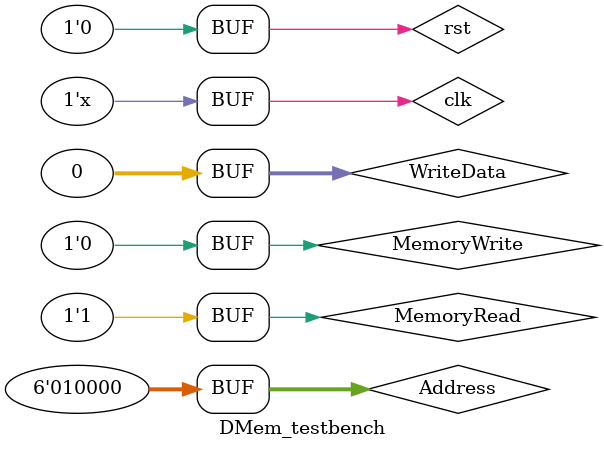
<source format=v>
`timescale 1ns / 1ps


module DMem_testbench(
    );
    parameter BITSIZE = 32;
    parameter MEMSIZE = 64;
    reg [$clog2(MEMSIZE)-1:0] Address;
    reg [BITSIZE-1:0] WriteData;
    reg MemoryRead, MemoryWrite;
    wire [BITSIZE-1:0] ReadData;
    reg clk, rst;
    
    Data_Memory DMEM_TEST(.Address(Address), .WriteData(WriteData), .MemoryRead(MemoryRead), .MemoryWrite(MemoryWrite), .ReadData(ReadData), .clk(clk), .rst(rst));
    
    always #50 clk = ~clk;
    
    initial
    begin
    clk=0;
    rst=1;
    Address=5'b00000;
    WriteData=32'b0000_0000_0000_0000_0000_0000_0000_0000;
    MemoryRead=0;
    MemoryWrite=0;
    #50 rst=0;MemoryRead=1;Address=5'b00001;
    #100 Address=5'b00010;
    #100 Address=5'b00100;
    #100 Address=5'b01000;
    #100 Address=5'b10000;
    #100 MemoryRead=0;MemoryWrite=1;Address=5'b00001;
    #100 Address=5'b00010;
    #100 Address=5'b00100;
    #100 Address=5'b01000;
    #100 Address=5'b10000;
    #100 MemoryRead=1;MemoryWrite=0;Address=5'b00001;
    #100 Address=5'b00010;
    #100 Address=5'b00100;
    #100 Address=5'b01000;
    #100 Address=5'b10000;
    end
endmodule

</source>
